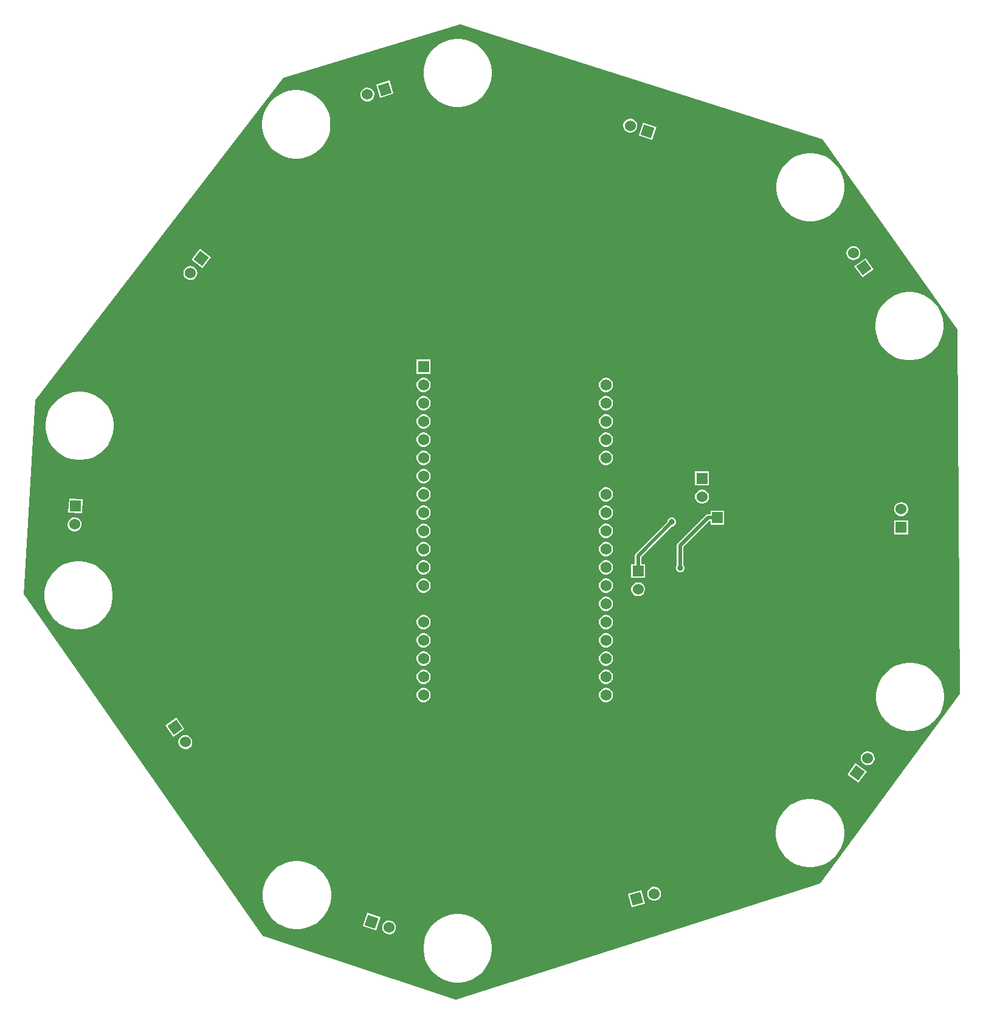
<source format=gbl>
%TF.GenerationSoftware,Altium Limited,Altium Designer,23.3.1 (30)*%
G04 Layer_Physical_Order=2*
G04 Layer_Color=16711680*
%FSLAX45Y45*%
%MOMM*%
%TF.SameCoordinates,30647D46-07CB-4458-BA05-9B6BD05E8BF5*%
%TF.FilePolarity,Positive*%
%TF.FileFunction,Copper,L2,Bot,Signal*%
%TF.Part,Single*%
G01*
G75*
%TA.AperFunction,Conductor*%
%ADD27C,0.50000*%
%TA.AperFunction,ComponentPad*%
%ADD29C,1.53000*%
%ADD30R,1.53000X1.53000*%
%ADD31R,1.53000X1.53000*%
%ADD32P,2.16375X4X350.0*%
%ADD33P,2.16375X4X387.0*%
%ADD34P,2.16375X4X61.0*%
%ADD35P,2.16375X4X99.0*%
%ADD36P,2.16375X4X171.0*%
%ADD37P,2.16375X4X242.0*%
%ADD38P,2.16375X4X278.0*%
%ADD39P,2.16375X4X312.0*%
%ADD40C,1.56000*%
%ADD41R,1.56000X1.56000*%
%TA.AperFunction,ViaPad*%
%ADD42C,0.80000*%
G36*
X8643740Y9516180D02*
X10527718Y6867488D01*
X10557290Y1801008D01*
X8615709Y-846829D01*
X3540204Y-2459662D01*
X846590Y-1571030D01*
X-2481969Y3190017D01*
X-2313019Y5885216D01*
X1138466Y10376709D01*
X3603650Y11123890D01*
X8643740Y9516180D01*
D02*
G37*
%LPC*%
G36*
X2615520Y10337628D02*
X2430953Y10281201D01*
X2487381Y10096634D01*
X2671948Y10153062D01*
X2615520Y10337628D01*
D02*
G37*
G36*
X2317878Y10239753D02*
X2292485Y10238866D01*
X2268186Y10231437D01*
X2246638Y10217973D01*
X2229309Y10199390D01*
X2217381Y10176955D01*
X2211665Y10152198D01*
X2212552Y10126804D01*
X2219981Y10102505D01*
X2233445Y10080957D01*
X2252028Y10063629D01*
X2274463Y10051700D01*
X2299220Y10045984D01*
X2324614Y10046871D01*
X2348913Y10054300D01*
X2370461Y10067764D01*
X2387789Y10086347D01*
X2399718Y10108782D01*
X2405434Y10133540D01*
X2404547Y10158933D01*
X2397118Y10183232D01*
X2383654Y10204780D01*
X2365071Y10222109D01*
X2342636Y10234037D01*
X2317878Y10239753D01*
D02*
G37*
G36*
X3596350Y10917613D02*
X3534084D01*
X3472350Y10909486D01*
X3412205Y10893370D01*
X3354679Y10869542D01*
X3300755Y10838409D01*
X3251355Y10800503D01*
X3207327Y10756475D01*
X3169421Y10707075D01*
X3138288Y10653151D01*
X3114460Y10595625D01*
X3098344Y10535480D01*
X3090217Y10473746D01*
Y10411480D01*
X3098344Y10349747D01*
X3114460Y10289602D01*
X3138288Y10232076D01*
X3169421Y10178151D01*
X3207327Y10128752D01*
X3251355Y10084723D01*
X3300755Y10046818D01*
X3354679Y10015685D01*
X3412205Y9991857D01*
X3472350Y9975741D01*
X3534084Y9967614D01*
X3596350D01*
X3658083Y9975741D01*
X3718228Y9991857D01*
X3775754Y10015685D01*
X3829679Y10046818D01*
X3879078Y10084723D01*
X3923107Y10128752D01*
X3961012Y10178151D01*
X3992145Y10232076D01*
X4015973Y10289602D01*
X4032089Y10349747D01*
X4040216Y10411480D01*
Y10473746D01*
X4032089Y10535480D01*
X4015973Y10595625D01*
X3992145Y10653151D01*
X3961012Y10707075D01*
X3923107Y10756475D01*
X3879078Y10800503D01*
X3829679Y10838409D01*
X3775754Y10869542D01*
X3718228Y10893370D01*
X3658083Y10909486D01*
X3596350Y10917613D01*
D02*
G37*
G36*
X5961580Y9806278D02*
X5936726Y9800995D01*
X5914086Y9789459D01*
X5895204Y9772458D01*
X5881365Y9751148D01*
X5873513Y9726983D01*
X5872184Y9701609D01*
X5877467Y9676755D01*
X5889002Y9654116D01*
X5906004Y9635233D01*
X5927313Y9621394D01*
X5951479Y9613542D01*
X5976853Y9612213D01*
X6001707Y9617496D01*
X6024346Y9629031D01*
X6043228Y9646033D01*
X6057067Y9667342D01*
X6064919Y9691508D01*
X6066249Y9716882D01*
X6060966Y9741736D01*
X6049430Y9764375D01*
X6032429Y9783258D01*
X6011119Y9797096D01*
X5986953Y9804948D01*
X5961580Y9806278D01*
D02*
G37*
G36*
X6148827Y9752352D02*
X6089187Y9568798D01*
X6272741Y9509158D01*
X6332381Y9692711D01*
X6148827Y9752352D01*
D02*
G37*
G36*
X1349731Y10202143D02*
X1287465D01*
X1225731Y10194015D01*
X1165586Y10177900D01*
X1108060Y10154071D01*
X1054136Y10122938D01*
X1004736Y10085033D01*
X960708Y10041004D01*
X922802Y9991605D01*
X891669Y9937681D01*
X867841Y9880154D01*
X851725Y9820010D01*
X843598Y9758276D01*
Y9696010D01*
X851725Y9634276D01*
X867841Y9574131D01*
X891669Y9516605D01*
X922802Y9462681D01*
X960708Y9413282D01*
X1004736Y9369253D01*
X1054136Y9331347D01*
X1108060Y9300214D01*
X1165586Y9276386D01*
X1225731Y9260270D01*
X1287465Y9252143D01*
X1349731D01*
X1411464Y9260270D01*
X1471609Y9276386D01*
X1529135Y9300214D01*
X1583060Y9331347D01*
X1632459Y9369253D01*
X1676488Y9413282D01*
X1714393Y9462681D01*
X1745526Y9516605D01*
X1769354Y9574131D01*
X1785470Y9634276D01*
X1793597Y9696010D01*
Y9758276D01*
X1785470Y9820010D01*
X1769354Y9880154D01*
X1745526Y9937681D01*
X1714393Y9991605D01*
X1676488Y10041004D01*
X1632459Y10085033D01*
X1583060Y10122938D01*
X1529135Y10154071D01*
X1471609Y10177900D01*
X1411464Y10194015D01*
X1349731Y10202143D01*
D02*
G37*
G36*
X8508782Y9327504D02*
X8446516D01*
X8384782Y9319377D01*
X8324637Y9303261D01*
X8267111Y9279433D01*
X8213187Y9248300D01*
X8163788Y9210394D01*
X8119759Y9166365D01*
X8081853Y9116966D01*
X8050720Y9063042D01*
X8026892Y9005516D01*
X8010776Y8945371D01*
X8002649Y8883637D01*
Y8821371D01*
X8010776Y8759638D01*
X8026892Y8699493D01*
X8050720Y8641966D01*
X8081853Y8588042D01*
X8119759Y8538643D01*
X8163788Y8494614D01*
X8213187Y8456709D01*
X8267111Y8425576D01*
X8324637Y8401747D01*
X8384782Y8385632D01*
X8446516Y8377504D01*
X8508782D01*
X8570515Y8385632D01*
X8630660Y8401747D01*
X8688187Y8425576D01*
X8742111Y8456709D01*
X8791510Y8494614D01*
X8835539Y8538643D01*
X8873444Y8588042D01*
X8904577Y8641966D01*
X8928406Y8699493D01*
X8944521Y8759638D01*
X8952649Y8821371D01*
Y8883637D01*
X8944521Y8945371D01*
X8928406Y9005516D01*
X8904577Y9063042D01*
X8873444Y9116966D01*
X8835539Y9166365D01*
X8791510Y9210394D01*
X8742111Y9248300D01*
X8688187Y9279433D01*
X8630660Y9303261D01*
X8570515Y9319377D01*
X8508782Y9327504D01*
D02*
G37*
G36*
X9079826Y8031943D02*
X9054556Y8029286D01*
X9030835Y8020181D01*
X9010279Y8005246D01*
X8994289Y7985499D01*
X8983954Y7962287D01*
X8979979Y7937191D01*
X8982635Y7911921D01*
X8991741Y7888200D01*
X9006676Y7867644D01*
X9026422Y7851654D01*
X9049634Y7841319D01*
X9074730Y7837344D01*
X9100000Y7840000D01*
X9123721Y7849106D01*
X9144278Y7864041D01*
X9160268Y7883787D01*
X9170603Y7906999D01*
X9174578Y7932095D01*
X9171921Y7957365D01*
X9162816Y7981086D01*
X9147881Y8001643D01*
X9128134Y8017633D01*
X9104922Y8027968D01*
X9079826Y8031943D01*
D02*
G37*
G36*
X-22563Y7996570D02*
X-138713Y7842433D01*
X15424Y7726283D01*
X131574Y7880420D01*
X-22563Y7996570D01*
D02*
G37*
G36*
X9247925Y7863945D02*
X9091784Y7750502D01*
X9205227Y7594362D01*
X9361367Y7707804D01*
X9247925Y7863945D01*
D02*
G37*
G36*
X-157280Y7755902D02*
X-182442Y7752366D01*
X-205831Y7742438D01*
X-225853Y7726795D01*
X-241145Y7706502D01*
X-250663Y7682943D01*
X-253759Y7657724D01*
X-250223Y7632563D01*
X-240295Y7609174D01*
X-224652Y7589151D01*
X-204360Y7573859D01*
X-180801Y7564341D01*
X-155581Y7561245D01*
X-130420Y7564781D01*
X-107031Y7574709D01*
X-87008Y7590352D01*
X-71717Y7610645D01*
X-62199Y7634203D01*
X-59102Y7659423D01*
X-62638Y7684584D01*
X-72566Y7707973D01*
X-88209Y7727996D01*
X-108502Y7743288D01*
X-132061Y7752806D01*
X-157280Y7755902D01*
D02*
G37*
G36*
X9888547Y7392541D02*
X9826281D01*
X9764547Y7384414D01*
X9704403Y7368298D01*
X9646876Y7344470D01*
X9592952Y7313337D01*
X9543553Y7275432D01*
X9499524Y7231403D01*
X9461619Y7182004D01*
X9430486Y7128079D01*
X9406657Y7070553D01*
X9390542Y7010408D01*
X9382414Y6948675D01*
Y6886409D01*
X9390542Y6824675D01*
X9406657Y6764530D01*
X9430486Y6707004D01*
X9461619Y6653080D01*
X9499524Y6603680D01*
X9543553Y6559652D01*
X9592952Y6521746D01*
X9646876Y6490613D01*
X9704403Y6466785D01*
X9764547Y6450669D01*
X9826281Y6442542D01*
X9888547D01*
X9950281Y6450669D01*
X10010425Y6466785D01*
X10067952Y6490613D01*
X10121876Y6521746D01*
X10171275Y6559652D01*
X10215304Y6603680D01*
X10253210Y6653080D01*
X10284343Y6707004D01*
X10308171Y6764530D01*
X10324287Y6824675D01*
X10332414Y6886409D01*
Y6948675D01*
X10324287Y7010408D01*
X10308171Y7070553D01*
X10284343Y7128079D01*
X10253210Y7182004D01*
X10215304Y7231403D01*
X10171275Y7275432D01*
X10121876Y7313337D01*
X10067952Y7344470D01*
X10010425Y7368298D01*
X9950281Y7384414D01*
X9888547Y7392541D01*
D02*
G37*
G36*
X3190500Y6451500D02*
X2994500D01*
Y6255500D01*
X3190500D01*
Y6451500D01*
D02*
G37*
G36*
X5645402Y6197500D02*
X5619598D01*
X5594674Y6190821D01*
X5572327Y6177919D01*
X5554081Y6159673D01*
X5541179Y6137327D01*
X5534500Y6112402D01*
Y6086598D01*
X5541179Y6061674D01*
X5554081Y6039327D01*
X5572327Y6021081D01*
X5594674Y6008179D01*
X5619598Y6001500D01*
X5645402D01*
X5670326Y6008179D01*
X5692673Y6021081D01*
X5710919Y6039327D01*
X5723821Y6061674D01*
X5730500Y6086598D01*
Y6112402D01*
X5723821Y6137327D01*
X5710919Y6159673D01*
X5692673Y6177919D01*
X5670326Y6190821D01*
X5645402Y6197500D01*
D02*
G37*
G36*
X3105402D02*
X3079598D01*
X3054674Y6190821D01*
X3032327Y6177919D01*
X3014081Y6159673D01*
X3001179Y6137327D01*
X2994500Y6112402D01*
Y6086598D01*
X3001179Y6061674D01*
X3014081Y6039327D01*
X3032327Y6021081D01*
X3054674Y6008179D01*
X3079598Y6001500D01*
X3105402D01*
X3130326Y6008179D01*
X3152673Y6021081D01*
X3170919Y6039327D01*
X3183821Y6061674D01*
X3190500Y6086598D01*
Y6112402D01*
X3183821Y6137327D01*
X3170919Y6159673D01*
X3152673Y6177919D01*
X3130326Y6190821D01*
X3105402Y6197500D01*
D02*
G37*
G36*
X5645402Y5943500D02*
X5619598D01*
X5594674Y5936821D01*
X5572327Y5923919D01*
X5554081Y5905673D01*
X5541179Y5883327D01*
X5534500Y5858402D01*
Y5832598D01*
X5541179Y5807674D01*
X5554081Y5785327D01*
X5572327Y5767081D01*
X5594674Y5754179D01*
X5619598Y5747500D01*
X5645402D01*
X5670326Y5754179D01*
X5692673Y5767081D01*
X5710919Y5785327D01*
X5723821Y5807674D01*
X5730500Y5832598D01*
Y5858402D01*
X5723821Y5883327D01*
X5710919Y5905673D01*
X5692673Y5923919D01*
X5670326Y5936821D01*
X5645402Y5943500D01*
D02*
G37*
G36*
X3105402D02*
X3079598D01*
X3054674Y5936821D01*
X3032327Y5923919D01*
X3014081Y5905673D01*
X3001179Y5883327D01*
X2994500Y5858402D01*
Y5832598D01*
X3001179Y5807674D01*
X3014081Y5785327D01*
X3032327Y5767081D01*
X3054674Y5754179D01*
X3079598Y5747500D01*
X3105402D01*
X3130326Y5754179D01*
X3152673Y5767081D01*
X3170919Y5785327D01*
X3183821Y5807674D01*
X3190500Y5832598D01*
Y5858402D01*
X3183821Y5883327D01*
X3170919Y5905673D01*
X3152673Y5923919D01*
X3130326Y5936821D01*
X3105402Y5943500D01*
D02*
G37*
G36*
X5645402Y5689500D02*
X5619598D01*
X5594674Y5682821D01*
X5572327Y5669919D01*
X5554081Y5651673D01*
X5541179Y5629327D01*
X5534500Y5604402D01*
Y5578598D01*
X5541179Y5553674D01*
X5554081Y5531327D01*
X5572327Y5513081D01*
X5594674Y5500179D01*
X5619598Y5493500D01*
X5645402D01*
X5670326Y5500179D01*
X5692673Y5513081D01*
X5710919Y5531327D01*
X5723821Y5553674D01*
X5730500Y5578598D01*
Y5604402D01*
X5723821Y5629327D01*
X5710919Y5651673D01*
X5692673Y5669919D01*
X5670326Y5682821D01*
X5645402Y5689500D01*
D02*
G37*
G36*
X3105402D02*
X3079598D01*
X3054674Y5682821D01*
X3032327Y5669919D01*
X3014081Y5651673D01*
X3001179Y5629327D01*
X2994500Y5604402D01*
Y5578598D01*
X3001179Y5553674D01*
X3014081Y5531327D01*
X3032327Y5513081D01*
X3054674Y5500179D01*
X3079598Y5493500D01*
X3105402D01*
X3130326Y5500179D01*
X3152673Y5513081D01*
X3170919Y5531327D01*
X3183821Y5553674D01*
X3190500Y5578598D01*
Y5604402D01*
X3183821Y5629327D01*
X3170919Y5651673D01*
X3152673Y5669919D01*
X3130326Y5682821D01*
X3105402Y5689500D01*
D02*
G37*
G36*
X5645402Y5435500D02*
X5619598D01*
X5594674Y5428821D01*
X5572327Y5415919D01*
X5554081Y5397673D01*
X5541179Y5375327D01*
X5534500Y5350402D01*
Y5324598D01*
X5541179Y5299674D01*
X5554081Y5277327D01*
X5572327Y5259081D01*
X5594674Y5246179D01*
X5619598Y5239500D01*
X5645402D01*
X5670326Y5246179D01*
X5692673Y5259081D01*
X5710919Y5277327D01*
X5723821Y5299674D01*
X5730500Y5324598D01*
Y5350402D01*
X5723821Y5375327D01*
X5710919Y5397673D01*
X5692673Y5415919D01*
X5670326Y5428821D01*
X5645402Y5435500D01*
D02*
G37*
G36*
X3105402D02*
X3079598D01*
X3054674Y5428821D01*
X3032327Y5415919D01*
X3014081Y5397673D01*
X3001179Y5375327D01*
X2994500Y5350402D01*
Y5324598D01*
X3001179Y5299674D01*
X3014081Y5277327D01*
X3032327Y5259081D01*
X3054674Y5246179D01*
X3079598Y5239500D01*
X3105402D01*
X3130326Y5246179D01*
X3152673Y5259081D01*
X3170919Y5277327D01*
X3183821Y5299674D01*
X3190500Y5324598D01*
Y5350402D01*
X3183821Y5375327D01*
X3170919Y5397673D01*
X3152673Y5415919D01*
X3130326Y5428821D01*
X3105402Y5435500D01*
D02*
G37*
G36*
X-1669305Y6004510D02*
X-1731571D01*
X-1793305Y5996383D01*
X-1853449Y5980267D01*
X-1910976Y5956439D01*
X-1964900Y5925306D01*
X-2014299Y5887401D01*
X-2058328Y5843372D01*
X-2096234Y5793973D01*
X-2127367Y5740048D01*
X-2151195Y5682522D01*
X-2167311Y5622377D01*
X-2175438Y5560644D01*
Y5498378D01*
X-2167311Y5436644D01*
X-2151195Y5376499D01*
X-2127367Y5318973D01*
X-2096234Y5265049D01*
X-2058328Y5215649D01*
X-2014299Y5171621D01*
X-1964900Y5133715D01*
X-1910976Y5102582D01*
X-1853449Y5078754D01*
X-1793305Y5062638D01*
X-1731571Y5054511D01*
X-1669305D01*
X-1607571Y5062638D01*
X-1547427Y5078754D01*
X-1489900Y5102582D01*
X-1435976Y5133715D01*
X-1386577Y5171621D01*
X-1342548Y5215649D01*
X-1304643Y5265049D01*
X-1273510Y5318973D01*
X-1249681Y5376499D01*
X-1233565Y5436644D01*
X-1225438Y5498378D01*
Y5560644D01*
X-1233565Y5622377D01*
X-1249681Y5682522D01*
X-1273510Y5740048D01*
X-1304643Y5793973D01*
X-1342548Y5843372D01*
X-1386577Y5887401D01*
X-1435976Y5925306D01*
X-1489900Y5956439D01*
X-1547427Y5980267D01*
X-1607571Y5996383D01*
X-1669305Y6004510D01*
D02*
G37*
G36*
X5645402Y5181500D02*
X5619598D01*
X5594674Y5174821D01*
X5572327Y5161919D01*
X5554081Y5143673D01*
X5541179Y5121327D01*
X5534500Y5096402D01*
Y5070598D01*
X5541179Y5045674D01*
X5554081Y5023327D01*
X5572327Y5005081D01*
X5594674Y4992179D01*
X5619598Y4985500D01*
X5645402D01*
X5670326Y4992179D01*
X5692673Y5005081D01*
X5710919Y5023327D01*
X5723821Y5045674D01*
X5730500Y5070598D01*
Y5096402D01*
X5723821Y5121327D01*
X5710919Y5143673D01*
X5692673Y5161919D01*
X5670326Y5174821D01*
X5645402Y5181500D01*
D02*
G37*
G36*
X3105402D02*
X3079598D01*
X3054674Y5174821D01*
X3032327Y5161919D01*
X3014081Y5143673D01*
X3001179Y5121327D01*
X2994500Y5096402D01*
Y5070598D01*
X3001179Y5045674D01*
X3014081Y5023327D01*
X3032327Y5005081D01*
X3054674Y4992179D01*
X3079598Y4985500D01*
X3105402D01*
X3130326Y4992179D01*
X3152673Y5005081D01*
X3170919Y5023327D01*
X3183821Y5045674D01*
X3190500Y5070598D01*
Y5096402D01*
X3183821Y5121327D01*
X3170919Y5143673D01*
X3152673Y5161919D01*
X3130326Y5174821D01*
X3105402Y5181500D01*
D02*
G37*
G36*
Y4927500D02*
X3079598D01*
X3054674Y4920821D01*
X3032327Y4907919D01*
X3014081Y4889673D01*
X3001179Y4867327D01*
X2994500Y4842402D01*
Y4816598D01*
X3001179Y4791674D01*
X3014081Y4769327D01*
X3032327Y4751081D01*
X3054674Y4738179D01*
X3079598Y4731500D01*
X3105402D01*
X3130326Y4738179D01*
X3152673Y4751081D01*
X3170919Y4769327D01*
X3183821Y4791674D01*
X3190500Y4816598D01*
Y4842402D01*
X3183821Y4867327D01*
X3170919Y4889673D01*
X3152673Y4907919D01*
X3130326Y4920821D01*
X3105402Y4927500D01*
D02*
G37*
G36*
X7066500Y4893500D02*
X6873500D01*
Y4700500D01*
X7066500D01*
Y4893500D01*
D02*
G37*
G36*
X5645402Y4673500D02*
X5619598D01*
X5594674Y4666821D01*
X5572327Y4653919D01*
X5554081Y4635673D01*
X5541179Y4613327D01*
X5534500Y4588402D01*
Y4562598D01*
X5541179Y4537674D01*
X5554081Y4515327D01*
X5572327Y4497081D01*
X5594674Y4484179D01*
X5619598Y4477500D01*
X5645402D01*
X5670326Y4484179D01*
X5692673Y4497081D01*
X5710919Y4515327D01*
X5723821Y4537674D01*
X5730500Y4562598D01*
Y4588402D01*
X5723821Y4613327D01*
X5710919Y4635673D01*
X5692673Y4653919D01*
X5670326Y4666821D01*
X5645402Y4673500D01*
D02*
G37*
G36*
X3105402D02*
X3079598D01*
X3054674Y4666821D01*
X3032327Y4653919D01*
X3014081Y4635673D01*
X3001179Y4613327D01*
X2994500Y4588402D01*
Y4562598D01*
X3001179Y4537674D01*
X3014081Y4515327D01*
X3032327Y4497081D01*
X3054674Y4484179D01*
X3079598Y4477500D01*
X3105402D01*
X3130326Y4484179D01*
X3152673Y4497081D01*
X3170919Y4515327D01*
X3183821Y4537674D01*
X3190500Y4562598D01*
Y4588402D01*
X3183821Y4613327D01*
X3170919Y4635673D01*
X3152673Y4653919D01*
X3130326Y4666821D01*
X3105402Y4673500D01*
D02*
G37*
G36*
X6982704Y4639500D02*
X6957295D01*
X6932752Y4632924D01*
X6910747Y4620219D01*
X6892781Y4602252D01*
X6880076Y4580248D01*
X6873500Y4555705D01*
Y4530295D01*
X6880076Y4505752D01*
X6892781Y4483748D01*
X6910747Y4465781D01*
X6932752Y4453076D01*
X6957295Y4446500D01*
X6982704D01*
X7007247Y4453076D01*
X7029252Y4465781D01*
X7047219Y4483748D01*
X7059923Y4505752D01*
X7066500Y4530295D01*
Y4555705D01*
X7059923Y4580248D01*
X7047219Y4602252D01*
X7029252Y4620219D01*
X7007247Y4632924D01*
X6982704Y4639500D01*
D02*
G37*
G36*
X-1845567Y4513668D02*
X-1855667Y4320933D01*
X-1662932Y4310832D01*
X-1652831Y4503567D01*
X-1845567Y4513668D01*
D02*
G37*
G36*
X9755855Y4465999D02*
X9730445D01*
X9705902Y4459423D01*
X9683898Y4446718D01*
X9665931Y4428752D01*
X9653226Y4406747D01*
X9646650Y4382204D01*
Y4356795D01*
X9653226Y4332252D01*
X9665931Y4310247D01*
X9683898Y4292280D01*
X9705902Y4279576D01*
X9730445Y4272999D01*
X9755855D01*
X9780398Y4279576D01*
X9802402Y4292280D01*
X9820369Y4310247D01*
X9833074Y4332252D01*
X9839650Y4356795D01*
Y4382204D01*
X9833074Y4406747D01*
X9820369Y4428752D01*
X9802402Y4446718D01*
X9780398Y4459423D01*
X9755855Y4465999D01*
D02*
G37*
G36*
X5645402Y4419500D02*
X5619598D01*
X5594674Y4412821D01*
X5572327Y4399919D01*
X5554081Y4381673D01*
X5541179Y4359327D01*
X5534500Y4334402D01*
Y4308598D01*
X5541179Y4283674D01*
X5554081Y4261327D01*
X5572327Y4243081D01*
X5594674Y4230179D01*
X5619598Y4223500D01*
X5645402D01*
X5670326Y4230179D01*
X5692673Y4243081D01*
X5710919Y4261327D01*
X5723821Y4283674D01*
X5730500Y4308598D01*
Y4334402D01*
X5723821Y4359327D01*
X5710919Y4381673D01*
X5692673Y4399919D01*
X5670326Y4412821D01*
X5645402Y4419500D01*
D02*
G37*
G36*
X3105402D02*
X3079598D01*
X3054674Y4412821D01*
X3032327Y4399919D01*
X3014081Y4381673D01*
X3001179Y4359327D01*
X2994500Y4334402D01*
Y4308598D01*
X3001179Y4283674D01*
X3014081Y4261327D01*
X3032327Y4243081D01*
X3054674Y4230179D01*
X3079598Y4223500D01*
X3105402D01*
X3130326Y4230179D01*
X3152673Y4243081D01*
X3170919Y4261327D01*
X3183821Y4283674D01*
X3190500Y4308598D01*
Y4334402D01*
X3183821Y4359327D01*
X3170919Y4381673D01*
X3152673Y4399919D01*
X3130326Y4412821D01*
X3105402Y4419500D01*
D02*
G37*
G36*
X7279500Y4346500D02*
X7086500D01*
Y4295881D01*
X7052040D01*
X7034482Y4292389D01*
X7019597Y4282443D01*
X6632557Y3895403D01*
X6622611Y3880518D01*
X6619118Y3862960D01*
Y3588971D01*
X6614134Y3583987D01*
X6605000Y3561935D01*
Y3538065D01*
X6614134Y3516013D01*
X6631013Y3499134D01*
X6653065Y3490000D01*
X6676935D01*
X6698987Y3499134D01*
X6715865Y3516013D01*
X6725000Y3538065D01*
Y3561935D01*
X6715865Y3583987D01*
X6710881Y3588971D01*
Y3843955D01*
X7071045Y4204118D01*
X7086500D01*
Y4153500D01*
X7279500D01*
Y4346500D01*
D02*
G37*
G36*
X-1775179Y4255631D02*
X-1800033Y4250348D01*
X-1822673Y4238812D01*
X-1841555Y4221810D01*
X-1855394Y4200501D01*
X-1863245Y4176336D01*
X-1864575Y4150961D01*
X-1859292Y4126108D01*
X-1847757Y4103468D01*
X-1830755Y4084586D01*
X-1809445Y4070747D01*
X-1785280Y4062895D01*
X-1759906Y4061565D01*
X-1735052Y4066848D01*
X-1712413Y4078384D01*
X-1693530Y4095386D01*
X-1679692Y4116695D01*
X-1671840Y4140860D01*
X-1670510Y4166235D01*
X-1675793Y4191088D01*
X-1687328Y4213728D01*
X-1704330Y4232610D01*
X-1725640Y4246449D01*
X-1749805Y4254301D01*
X-1775179Y4255631D01*
D02*
G37*
G36*
X9839650Y4212000D02*
X9646650D01*
Y4019000D01*
X9839650D01*
Y4212000D01*
D02*
G37*
G36*
X5645402Y4165500D02*
X5619598D01*
X5594674Y4158821D01*
X5572327Y4145919D01*
X5554081Y4127673D01*
X5541179Y4105327D01*
X5534500Y4080402D01*
Y4054598D01*
X5541179Y4029674D01*
X5554081Y4007327D01*
X5572327Y3989081D01*
X5594674Y3976179D01*
X5619598Y3969500D01*
X5645402D01*
X5670326Y3976179D01*
X5692673Y3989081D01*
X5710919Y4007327D01*
X5723821Y4029674D01*
X5730500Y4054598D01*
Y4080402D01*
X5723821Y4105327D01*
X5710919Y4127673D01*
X5692673Y4145919D01*
X5670326Y4158821D01*
X5645402Y4165500D01*
D02*
G37*
G36*
X3105402D02*
X3079598D01*
X3054674Y4158821D01*
X3032327Y4145919D01*
X3014081Y4127673D01*
X3001179Y4105327D01*
X2994500Y4080402D01*
Y4054598D01*
X3001179Y4029674D01*
X3014081Y4007327D01*
X3032327Y3989081D01*
X3054674Y3976179D01*
X3079598Y3969500D01*
X3105402D01*
X3130326Y3976179D01*
X3152673Y3989081D01*
X3170919Y4007327D01*
X3183821Y4029674D01*
X3190500Y4054598D01*
Y4080402D01*
X3183821Y4105327D01*
X3170919Y4127673D01*
X3152673Y4145919D01*
X3130326Y4158821D01*
X3105402Y4165500D01*
D02*
G37*
G36*
X5645402Y3911500D02*
X5619598D01*
X5594674Y3904821D01*
X5572327Y3891919D01*
X5554081Y3873673D01*
X5541179Y3851327D01*
X5534500Y3826402D01*
Y3800598D01*
X5541179Y3775674D01*
X5554081Y3753327D01*
X5572327Y3735081D01*
X5594674Y3722179D01*
X5619598Y3715500D01*
X5645402D01*
X5670326Y3722179D01*
X5692673Y3735081D01*
X5710919Y3753327D01*
X5723821Y3775674D01*
X5730500Y3800598D01*
Y3826402D01*
X5723821Y3851327D01*
X5710919Y3873673D01*
X5692673Y3891919D01*
X5670326Y3904821D01*
X5645402Y3911500D01*
D02*
G37*
G36*
X3105402D02*
X3079598D01*
X3054674Y3904821D01*
X3032327Y3891919D01*
X3014081Y3873673D01*
X3001179Y3851327D01*
X2994500Y3826402D01*
Y3800598D01*
X3001179Y3775674D01*
X3014081Y3753327D01*
X3032327Y3735081D01*
X3054674Y3722179D01*
X3079598Y3715500D01*
X3105402D01*
X3130326Y3722179D01*
X3152673Y3735081D01*
X3170919Y3753327D01*
X3183821Y3775674D01*
X3190500Y3800598D01*
Y3826402D01*
X3183821Y3851327D01*
X3170919Y3873673D01*
X3152673Y3891919D01*
X3130326Y3904821D01*
X3105402Y3911500D01*
D02*
G37*
G36*
X5645402Y3657500D02*
X5619598D01*
X5594674Y3650821D01*
X5572327Y3637919D01*
X5554081Y3619673D01*
X5541179Y3597327D01*
X5534500Y3572402D01*
Y3546598D01*
X5541179Y3521674D01*
X5554081Y3499327D01*
X5572327Y3481081D01*
X5594674Y3468179D01*
X5619598Y3461500D01*
X5645402D01*
X5670326Y3468179D01*
X5692673Y3481081D01*
X5710919Y3499327D01*
X5723821Y3521674D01*
X5730500Y3546598D01*
Y3572402D01*
X5723821Y3597327D01*
X5710919Y3619673D01*
X5692673Y3637919D01*
X5670326Y3650821D01*
X5645402Y3657500D01*
D02*
G37*
G36*
X3105402D02*
X3079598D01*
X3054674Y3650821D01*
X3032327Y3637919D01*
X3014081Y3619673D01*
X3001179Y3597327D01*
X2994500Y3572402D01*
Y3546598D01*
X3001179Y3521674D01*
X3014081Y3499327D01*
X3032327Y3481081D01*
X3054674Y3468179D01*
X3079598Y3461500D01*
X3105402D01*
X3130326Y3468179D01*
X3152673Y3481081D01*
X3170919Y3499327D01*
X3183821Y3521674D01*
X3190500Y3546598D01*
Y3572402D01*
X3183821Y3597327D01*
X3170919Y3619673D01*
X3152673Y3637919D01*
X3130326Y3650821D01*
X3105402Y3657500D01*
D02*
G37*
G36*
X6561935Y4250000D02*
X6538065D01*
X6516013Y4240866D01*
X6499135Y4223987D01*
X6490000Y4201935D01*
Y4194886D01*
X6047557Y3752443D01*
X6037611Y3737558D01*
X6034118Y3720000D01*
Y3605500D01*
X5983500D01*
Y3412500D01*
X6176500D01*
Y3605500D01*
X6125882D01*
Y3700995D01*
X6554887Y4130000D01*
X6561935D01*
X6583987Y4139134D01*
X6600866Y4156013D01*
X6610000Y4178065D01*
Y4201935D01*
X6600866Y4223987D01*
X6583987Y4240866D01*
X6561935Y4250000D01*
D02*
G37*
G36*
X5645402Y3403500D02*
X5619598D01*
X5594674Y3396821D01*
X5572327Y3383919D01*
X5554081Y3365673D01*
X5541179Y3343327D01*
X5534500Y3318402D01*
Y3292598D01*
X5541179Y3267674D01*
X5554081Y3245327D01*
X5572327Y3227081D01*
X5594674Y3214179D01*
X5619598Y3207500D01*
X5645402D01*
X5670326Y3214179D01*
X5692673Y3227081D01*
X5710919Y3245327D01*
X5723821Y3267674D01*
X5730500Y3292598D01*
Y3318402D01*
X5723821Y3343327D01*
X5710919Y3365673D01*
X5692673Y3383919D01*
X5670326Y3396821D01*
X5645402Y3403500D01*
D02*
G37*
G36*
X3105402D02*
X3079598D01*
X3054674Y3396821D01*
X3032327Y3383919D01*
X3014081Y3365673D01*
X3001179Y3343327D01*
X2994500Y3318402D01*
Y3292598D01*
X3001179Y3267674D01*
X3014081Y3245327D01*
X3032327Y3227081D01*
X3054674Y3214179D01*
X3079598Y3207500D01*
X3105402D01*
X3130326Y3214179D01*
X3152673Y3227081D01*
X3170919Y3245327D01*
X3183821Y3267674D01*
X3190500Y3292598D01*
Y3318402D01*
X3183821Y3343327D01*
X3170919Y3365673D01*
X3152673Y3383919D01*
X3130326Y3396821D01*
X3105402Y3403500D01*
D02*
G37*
G36*
X6092705Y3351500D02*
X6067295D01*
X6042752Y3344923D01*
X6020748Y3332219D01*
X6002781Y3314252D01*
X5990076Y3292247D01*
X5983500Y3267704D01*
Y3242295D01*
X5990076Y3217752D01*
X6002781Y3195747D01*
X6020748Y3177781D01*
X6042752Y3165076D01*
X6067295Y3158500D01*
X6092705D01*
X6117248Y3165076D01*
X6139252Y3177781D01*
X6157219Y3195747D01*
X6169924Y3217752D01*
X6176500Y3242295D01*
Y3267704D01*
X6169924Y3292247D01*
X6157219Y3314252D01*
X6139252Y3332219D01*
X6117248Y3344923D01*
X6092705Y3351500D01*
D02*
G37*
G36*
X5645402Y3149500D02*
X5619598D01*
X5594674Y3142821D01*
X5572327Y3129919D01*
X5554081Y3111673D01*
X5541179Y3089327D01*
X5534500Y3064402D01*
Y3038598D01*
X5541179Y3013674D01*
X5554081Y2991327D01*
X5572327Y2973081D01*
X5594674Y2960179D01*
X5619598Y2953500D01*
X5645402D01*
X5670326Y2960179D01*
X5692673Y2973081D01*
X5710919Y2991327D01*
X5723821Y3013674D01*
X5730500Y3038598D01*
Y3064402D01*
X5723821Y3089327D01*
X5710919Y3111673D01*
X5692673Y3129919D01*
X5670326Y3142821D01*
X5645402Y3149500D01*
D02*
G37*
G36*
Y2895500D02*
X5619598D01*
X5594674Y2888821D01*
X5572327Y2875919D01*
X5554081Y2857673D01*
X5541179Y2835327D01*
X5534500Y2810402D01*
Y2784598D01*
X5541179Y2759674D01*
X5554081Y2737327D01*
X5572327Y2719081D01*
X5594674Y2706179D01*
X5619598Y2699500D01*
X5645402D01*
X5670326Y2706179D01*
X5692673Y2719081D01*
X5710919Y2737327D01*
X5723821Y2759674D01*
X5730500Y2784598D01*
Y2810402D01*
X5723821Y2835327D01*
X5710919Y2857673D01*
X5692673Y2875919D01*
X5670326Y2888821D01*
X5645402Y2895500D01*
D02*
G37*
G36*
X3105402D02*
X3079598D01*
X3054674Y2888821D01*
X3032327Y2875919D01*
X3014081Y2857673D01*
X3001179Y2835327D01*
X2994500Y2810402D01*
Y2784598D01*
X3001179Y2759674D01*
X3014081Y2737327D01*
X3032327Y2719081D01*
X3054674Y2706179D01*
X3079598Y2699500D01*
X3105402D01*
X3130326Y2706179D01*
X3152673Y2719081D01*
X3170919Y2737327D01*
X3183821Y2759674D01*
X3190500Y2784598D01*
Y2810402D01*
X3183821Y2835327D01*
X3170919Y2857673D01*
X3152673Y2875919D01*
X3130326Y2888821D01*
X3105402Y2895500D01*
D02*
G37*
G36*
X-1681717Y3646103D02*
X-1743983D01*
X-1805717Y3637975D01*
X-1865861Y3621860D01*
X-1923388Y3598031D01*
X-1977312Y3566898D01*
X-2026711Y3528993D01*
X-2070740Y3484964D01*
X-2108646Y3435565D01*
X-2139779Y3381641D01*
X-2163607Y3324114D01*
X-2179723Y3263970D01*
X-2187850Y3202236D01*
Y3139970D01*
X-2179723Y3078236D01*
X-2163607Y3018091D01*
X-2139779Y2960565D01*
X-2108646Y2906641D01*
X-2070740Y2857242D01*
X-2026711Y2813213D01*
X-1977312Y2775307D01*
X-1923388Y2744174D01*
X-1865861Y2720346D01*
X-1805717Y2704230D01*
X-1743983Y2696103D01*
X-1681717D01*
X-1619983Y2704230D01*
X-1559839Y2720346D01*
X-1502312Y2744174D01*
X-1448388Y2775307D01*
X-1398989Y2813213D01*
X-1354960Y2857242D01*
X-1317055Y2906641D01*
X-1285921Y2960565D01*
X-1262093Y3018091D01*
X-1245977Y3078236D01*
X-1237850Y3139970D01*
Y3202236D01*
X-1245977Y3263970D01*
X-1262093Y3324114D01*
X-1285921Y3381641D01*
X-1317055Y3435565D01*
X-1354960Y3484964D01*
X-1398989Y3528993D01*
X-1448388Y3566898D01*
X-1502312Y3598031D01*
X-1559839Y3621860D01*
X-1619983Y3637975D01*
X-1681717Y3646103D01*
D02*
G37*
G36*
X5645402Y2641500D02*
X5619598D01*
X5594674Y2634821D01*
X5572327Y2621919D01*
X5554081Y2603673D01*
X5541179Y2581327D01*
X5534500Y2556402D01*
Y2530598D01*
X5541179Y2505674D01*
X5554081Y2483327D01*
X5572327Y2465081D01*
X5594674Y2452179D01*
X5619598Y2445500D01*
X5645402D01*
X5670326Y2452179D01*
X5692673Y2465081D01*
X5710919Y2483327D01*
X5723821Y2505674D01*
X5730500Y2530598D01*
Y2556402D01*
X5723821Y2581327D01*
X5710919Y2603673D01*
X5692673Y2621919D01*
X5670326Y2634821D01*
X5645402Y2641500D01*
D02*
G37*
G36*
X3105402D02*
X3079598D01*
X3054674Y2634821D01*
X3032327Y2621919D01*
X3014081Y2603673D01*
X3001179Y2581327D01*
X2994500Y2556402D01*
Y2530598D01*
X3001179Y2505674D01*
X3014081Y2483327D01*
X3032327Y2465081D01*
X3054674Y2452179D01*
X3079598Y2445500D01*
X3105402D01*
X3130326Y2452179D01*
X3152673Y2465081D01*
X3170919Y2483327D01*
X3183821Y2505674D01*
X3190500Y2530598D01*
Y2556402D01*
X3183821Y2581327D01*
X3170919Y2603673D01*
X3152673Y2621919D01*
X3130326Y2634821D01*
X3105402Y2641500D01*
D02*
G37*
G36*
X5645402Y2387500D02*
X5619598D01*
X5594674Y2380821D01*
X5572327Y2367919D01*
X5554081Y2349673D01*
X5541179Y2327327D01*
X5534500Y2302402D01*
Y2276598D01*
X5541179Y2251674D01*
X5554081Y2229327D01*
X5572327Y2211081D01*
X5594674Y2198179D01*
X5619598Y2191500D01*
X5645402D01*
X5670326Y2198179D01*
X5692673Y2211081D01*
X5710919Y2229327D01*
X5723821Y2251674D01*
X5730500Y2276598D01*
Y2302402D01*
X5723821Y2327327D01*
X5710919Y2349673D01*
X5692673Y2367919D01*
X5670326Y2380821D01*
X5645402Y2387500D01*
D02*
G37*
G36*
X3105402D02*
X3079598D01*
X3054674Y2380821D01*
X3032327Y2367919D01*
X3014081Y2349673D01*
X3001179Y2327327D01*
X2994500Y2302402D01*
Y2276598D01*
X3001179Y2251674D01*
X3014081Y2229327D01*
X3032327Y2211081D01*
X3054674Y2198179D01*
X3079598Y2191500D01*
X3105402D01*
X3130326Y2198179D01*
X3152673Y2211081D01*
X3170919Y2229327D01*
X3183821Y2251674D01*
X3190500Y2276598D01*
Y2302402D01*
X3183821Y2327327D01*
X3170919Y2349673D01*
X3152673Y2367919D01*
X3130326Y2380821D01*
X3105402Y2387500D01*
D02*
G37*
G36*
X5645402Y2133500D02*
X5619598D01*
X5594674Y2126821D01*
X5572327Y2113919D01*
X5554081Y2095673D01*
X5541179Y2073327D01*
X5534500Y2048402D01*
Y2022598D01*
X5541179Y1997674D01*
X5554081Y1975327D01*
X5572327Y1957081D01*
X5594674Y1944179D01*
X5619598Y1937500D01*
X5645402D01*
X5670326Y1944179D01*
X5692673Y1957081D01*
X5710919Y1975327D01*
X5723821Y1997674D01*
X5730500Y2022598D01*
Y2048402D01*
X5723821Y2073327D01*
X5710919Y2095673D01*
X5692673Y2113919D01*
X5670326Y2126821D01*
X5645402Y2133500D01*
D02*
G37*
G36*
X3105402D02*
X3079598D01*
X3054674Y2126821D01*
X3032327Y2113919D01*
X3014081Y2095673D01*
X3001179Y2073327D01*
X2994500Y2048402D01*
Y2022598D01*
X3001179Y1997674D01*
X3014081Y1975327D01*
X3032327Y1957081D01*
X3054674Y1944179D01*
X3079598Y1937500D01*
X3105402D01*
X3130326Y1944179D01*
X3152673Y1957081D01*
X3170919Y1975327D01*
X3183821Y1997674D01*
X3190500Y2022598D01*
Y2048402D01*
X3183821Y2073327D01*
X3170919Y2095673D01*
X3152673Y2113919D01*
X3130326Y2126821D01*
X3105402Y2133500D01*
D02*
G37*
G36*
X5645402Y1879500D02*
X5619598D01*
X5594674Y1872821D01*
X5572327Y1859919D01*
X5554081Y1841673D01*
X5541179Y1819327D01*
X5534500Y1794402D01*
Y1768598D01*
X5541179Y1743674D01*
X5554081Y1721327D01*
X5572327Y1703081D01*
X5594674Y1690179D01*
X5619598Y1683500D01*
X5645402D01*
X5670326Y1690179D01*
X5692673Y1703081D01*
X5710919Y1721327D01*
X5723821Y1743674D01*
X5730500Y1768598D01*
Y1794402D01*
X5723821Y1819327D01*
X5710919Y1841673D01*
X5692673Y1859919D01*
X5670326Y1872821D01*
X5645402Y1879500D01*
D02*
G37*
G36*
X3105402D02*
X3079598D01*
X3054674Y1872821D01*
X3032327Y1859919D01*
X3014081Y1841673D01*
X3001179Y1819327D01*
X2994500Y1794402D01*
Y1768598D01*
X3001179Y1743674D01*
X3014081Y1721327D01*
X3032327Y1703081D01*
X3054674Y1690179D01*
X3079598Y1683500D01*
X3105402D01*
X3130326Y1690179D01*
X3152673Y1703081D01*
X3170919Y1721327D01*
X3183821Y1743674D01*
X3190500Y1768598D01*
Y1794402D01*
X3183821Y1819327D01*
X3170919Y1841673D01*
X3152673Y1859919D01*
X3130326Y1872821D01*
X3105402Y1879500D01*
D02*
G37*
G36*
X9899021Y2231834D02*
X9836755D01*
X9775021Y2223707D01*
X9714877Y2207591D01*
X9657350Y2183763D01*
X9603426Y2152630D01*
X9554027Y2114724D01*
X9509998Y2070696D01*
X9472093Y2021296D01*
X9440960Y1967372D01*
X9417131Y1909846D01*
X9401015Y1849701D01*
X9392888Y1787967D01*
Y1725701D01*
X9401015Y1663968D01*
X9417131Y1603823D01*
X9440960Y1546297D01*
X9472093Y1492372D01*
X9509998Y1442973D01*
X9554027Y1398944D01*
X9603426Y1361039D01*
X9657350Y1329906D01*
X9714877Y1306078D01*
X9775021Y1289962D01*
X9836755Y1281835D01*
X9899021D01*
X9960755Y1289962D01*
X10020899Y1306078D01*
X10078426Y1329906D01*
X10132350Y1361039D01*
X10181749Y1398944D01*
X10225778Y1442973D01*
X10263684Y1492372D01*
X10294817Y1546297D01*
X10318645Y1603823D01*
X10334761Y1663968D01*
X10342888Y1725701D01*
Y1787967D01*
X10334761Y1849701D01*
X10318645Y1909846D01*
X10294817Y1967372D01*
X10263684Y2021296D01*
X10225778Y2070696D01*
X10181749Y2114724D01*
X10132350Y2152630D01*
X10078426Y2183763D01*
X10020899Y2207591D01*
X9960755Y2223707D01*
X9899021Y2231834D01*
D02*
G37*
G36*
X-349146Y1468430D02*
X-507242Y1357730D01*
X-396542Y1199633D01*
X-238446Y1310334D01*
X-349146Y1468430D01*
D02*
G37*
G36*
X-222910Y1223208D02*
X-248223Y1220993D01*
X-272099Y1212303D01*
X-292913Y1197729D01*
X-309246Y1178265D01*
X-319984Y1155236D01*
X-324396Y1130214D01*
X-322181Y1104901D01*
X-313491Y1081025D01*
X-298917Y1060211D01*
X-279453Y1043879D01*
X-256424Y1033140D01*
X-231402Y1028728D01*
X-206089Y1030943D01*
X-182213Y1039633D01*
X-161399Y1054207D01*
X-145067Y1073671D01*
X-134328Y1096700D01*
X-129916Y1121722D01*
X-132131Y1147035D01*
X-140821Y1170911D01*
X-155395Y1191725D01*
X-174859Y1208058D01*
X-197888Y1218796D01*
X-222910Y1223208D01*
D02*
G37*
G36*
X9274100Y999545D02*
X9249004Y995570D01*
X9225792Y985235D01*
X9206045Y969245D01*
X9191110Y948688D01*
X9182005Y924967D01*
X9179349Y899697D01*
X9183324Y874602D01*
X9193658Y851389D01*
X9209649Y831643D01*
X9230205Y816708D01*
X9253926Y807602D01*
X9279196Y804946D01*
X9304292Y808921D01*
X9327504Y819256D01*
X9347251Y835246D01*
X9362185Y855802D01*
X9371291Y879524D01*
X9373947Y904793D01*
X9369972Y929889D01*
X9359638Y953101D01*
X9343647Y972848D01*
X9323091Y987783D01*
X9299370Y996889D01*
X9274100Y999545D01*
D02*
G37*
G36*
X9106001Y831547D02*
X8992559Y675406D01*
X9148699Y561964D01*
X9262142Y718104D01*
X9106001Y831547D01*
D02*
G37*
G36*
X8504608Y332646D02*
X8442342D01*
X8380608Y324519D01*
X8320463Y308403D01*
X8262937Y284574D01*
X8209013Y253441D01*
X8159613Y215536D01*
X8115584Y171507D01*
X8077679Y122108D01*
X8046546Y68184D01*
X8022718Y10657D01*
X8006602Y-49487D01*
X7998475Y-111221D01*
Y-173487D01*
X8006602Y-235221D01*
X8022718Y-295365D01*
X8046546Y-352892D01*
X8077679Y-406816D01*
X8115584Y-456215D01*
X8159613Y-500244D01*
X8209013Y-538150D01*
X8262937Y-569283D01*
X8320463Y-593111D01*
X8380608Y-609227D01*
X8442342Y-617354D01*
X8504608D01*
X8566341Y-609227D01*
X8626486Y-593111D01*
X8684012Y-569283D01*
X8737937Y-538150D01*
X8787336Y-500244D01*
X8831365Y-456215D01*
X8869270Y-406816D01*
X8900403Y-352892D01*
X8924231Y-295365D01*
X8940347Y-235221D01*
X8948474Y-173487D01*
Y-111221D01*
X8940347Y-49487D01*
X8924231Y10657D01*
X8900403Y68184D01*
X8869270Y122108D01*
X8831365Y171507D01*
X8787336Y215536D01*
X8737937Y253441D01*
X8684012Y284574D01*
X8626486Y308403D01*
X8566341Y324519D01*
X8504608Y332646D01*
D02*
G37*
G36*
X6313098Y-888287D02*
X6287694Y-888731D01*
X6263269Y-895734D01*
X6241489Y-908821D01*
X6223839Y-927098D01*
X6211520Y-949321D01*
X6205373Y-973976D01*
X6205817Y-999381D01*
X6212820Y-1023805D01*
X6225907Y-1045585D01*
X6244185Y-1063235D01*
X6266408Y-1075554D01*
X6291062Y-1081701D01*
X6316467Y-1081257D01*
X6340892Y-1074254D01*
X6362671Y-1061167D01*
X6380322Y-1042889D01*
X6392640Y-1020666D01*
X6398787Y-996012D01*
X6398344Y-970607D01*
X6391340Y-946183D01*
X6378253Y-924403D01*
X6359976Y-906753D01*
X6337753Y-894434D01*
X6313098Y-888287D01*
D02*
G37*
G36*
X6124083Y-935645D02*
X5938559Y-988843D01*
X5991757Y-1174367D01*
X6177281Y-1121169D01*
X6124083Y-935645D01*
D02*
G37*
G36*
X1358401Y-529421D02*
X1296135D01*
X1234401Y-537548D01*
X1174256Y-553664D01*
X1116730Y-577492D01*
X1062806Y-608625D01*
X1013407Y-646530D01*
X969378Y-690559D01*
X931472Y-739958D01*
X900339Y-793883D01*
X876511Y-851409D01*
X860395Y-911554D01*
X852268Y-973287D01*
Y-1035553D01*
X860395Y-1097287D01*
X876511Y-1157432D01*
X900339Y-1214958D01*
X931472Y-1268882D01*
X969378Y-1318282D01*
X1013407Y-1362310D01*
X1062806Y-1400216D01*
X1116730Y-1431349D01*
X1174256Y-1455177D01*
X1234401Y-1471293D01*
X1296135Y-1479420D01*
X1358401D01*
X1420135Y-1471293D01*
X1480279Y-1455177D01*
X1537806Y-1431349D01*
X1591730Y-1400216D01*
X1641129Y-1362310D01*
X1685158Y-1318282D01*
X1723063Y-1268882D01*
X1754196Y-1214958D01*
X1778025Y-1157432D01*
X1794140Y-1097287D01*
X1802268Y-1035553D01*
Y-973287D01*
X1794140Y-911554D01*
X1778025Y-851409D01*
X1754196Y-793883D01*
X1723063Y-739958D01*
X1685158Y-690559D01*
X1641129Y-646530D01*
X1591730Y-608625D01*
X1537806Y-577492D01*
X1480279Y-553664D01*
X1420135Y-537548D01*
X1358401Y-529421D01*
D02*
G37*
G36*
X2306938Y-1253478D02*
X2247298Y-1437032D01*
X2430852Y-1496672D01*
X2490492Y-1313118D01*
X2306938Y-1253478D01*
D02*
G37*
G36*
X2602828Y-1356532D02*
X2577974Y-1361815D01*
X2555335Y-1373351D01*
X2536452Y-1390353D01*
X2522613Y-1411662D01*
X2514762Y-1435828D01*
X2513432Y-1461202D01*
X2518715Y-1486055D01*
X2530250Y-1508695D01*
X2547252Y-1527577D01*
X2568562Y-1541416D01*
X2592727Y-1549268D01*
X2618101Y-1550598D01*
X2642955Y-1545315D01*
X2665594Y-1533779D01*
X2684477Y-1516778D01*
X2698315Y-1495468D01*
X2706167Y-1471302D01*
X2707497Y-1445929D01*
X2702214Y-1421075D01*
X2690679Y-1398435D01*
X2673677Y-1379553D01*
X2652367Y-1365714D01*
X2628202Y-1357862D01*
X2602828Y-1356532D01*
D02*
G37*
G36*
X3596271Y-1270027D02*
X3534005D01*
X3472271Y-1278154D01*
X3412126Y-1294270D01*
X3354600Y-1318098D01*
X3300676Y-1349231D01*
X3251276Y-1387137D01*
X3207248Y-1431166D01*
X3169342Y-1480565D01*
X3138209Y-1534489D01*
X3114381Y-1592016D01*
X3098265Y-1652160D01*
X3090138Y-1713894D01*
Y-1776160D01*
X3098265Y-1837894D01*
X3114381Y-1898038D01*
X3138209Y-1955565D01*
X3169342Y-2009489D01*
X3207248Y-2058888D01*
X3251276Y-2102917D01*
X3300676Y-2140822D01*
X3354600Y-2171956D01*
X3412126Y-2195784D01*
X3472271Y-2211900D01*
X3534005Y-2220027D01*
X3596271D01*
X3658004Y-2211900D01*
X3718149Y-2195784D01*
X3775675Y-2171956D01*
X3829600Y-2140822D01*
X3878999Y-2102917D01*
X3923028Y-2058888D01*
X3960933Y-2009489D01*
X3992066Y-1955565D01*
X4015894Y-1898038D01*
X4032010Y-1837894D01*
X4040137Y-1776160D01*
Y-1713894D01*
X4032010Y-1652160D01*
X4015894Y-1592016D01*
X3992066Y-1534489D01*
X3960933Y-1480565D01*
X3923028Y-1431166D01*
X3878999Y-1387137D01*
X3829600Y-1349231D01*
X3775675Y-1318098D01*
X3718149Y-1294270D01*
X3658004Y-1278154D01*
X3596271Y-1270027D01*
D02*
G37*
%LPD*%
D27*
X6665000Y3862960D02*
X7052040Y4250000D01*
X7183000D01*
X6080000Y3720000D02*
X6550000Y4190000D01*
X6080000Y3509000D02*
Y3720000D01*
X6665000Y3550000D02*
Y3862960D01*
D29*
X6970000Y4543000D02*
D03*
X6080000Y3255000D02*
D03*
X7437000Y4250000D02*
D03*
X-227156Y1125968D02*
D03*
X2610464Y-1453565D02*
D03*
X6302080Y-984994D02*
D03*
X9276648Y902245D02*
D03*
X9077278Y7934643D02*
D03*
X5969216Y9709245D02*
D03*
X2308549Y10142869D02*
D03*
X-156431Y7658573D02*
D03*
X9743150Y4369499D02*
D03*
X-1767543Y4158598D02*
D03*
D30*
X6970000Y4797000D02*
D03*
X6080000Y3509000D02*
D03*
X9743150Y4115500D02*
D03*
D31*
X7183000Y4250000D02*
D03*
D32*
X-372844Y1334032D02*
D03*
D33*
X2368895Y-1375075D02*
D03*
X6210784Y9630755D02*
D03*
D34*
X6057920Y-1055006D02*
D03*
D35*
X9127350Y696755D02*
D03*
D36*
X9226576Y7729153D02*
D03*
D37*
X2551451Y10217131D02*
D03*
D38*
X-3569Y7861426D02*
D03*
D39*
X-1754249Y4412250D02*
D03*
D40*
X5632500Y1781500D02*
D03*
Y2035500D02*
D03*
Y2289500D02*
D03*
Y2543500D02*
D03*
Y2797500D02*
D03*
Y3051500D02*
D03*
Y3305500D02*
D03*
Y3559500D02*
D03*
Y3813500D02*
D03*
Y4067500D02*
D03*
Y4321500D02*
D03*
Y4575500D02*
D03*
Y4829500D02*
D03*
Y5083500D02*
D03*
Y5337500D02*
D03*
Y5591500D02*
D03*
Y5845500D02*
D03*
Y6099500D02*
D03*
Y6353500D02*
D03*
X3092500Y2035500D02*
D03*
Y2289500D02*
D03*
Y2543500D02*
D03*
Y2797500D02*
D03*
Y3051500D02*
D03*
Y3305500D02*
D03*
Y3559500D02*
D03*
Y3813500D02*
D03*
Y4067500D02*
D03*
Y4321500D02*
D03*
Y4575500D02*
D03*
Y4829500D02*
D03*
Y5083500D02*
D03*
Y5337500D02*
D03*
Y5591500D02*
D03*
Y5845500D02*
D03*
Y1781500D02*
D03*
Y6099500D02*
D03*
D41*
Y6353500D02*
D03*
D42*
X6590000Y4900000D02*
D03*
X8587499Y1840000D02*
D03*
X-861250Y3921250D02*
D03*
X3165180Y-710320D02*
D03*
X3033000Y-680500D02*
D03*
X5522730Y-562680D02*
D03*
X8599427Y7646898D02*
D03*
X5318670Y8881070D02*
D03*
X2065180Y-970320D02*
D03*
X8649500Y614250D02*
D03*
X1143592Y6717350D02*
D03*
X2158250Y9457229D02*
D03*
X-91658Y7170600D02*
D03*
X6453800Y-118250D02*
D03*
X9000750Y4730749D02*
D03*
X6500000Y2950000D02*
D03*
X6992500Y3720000D02*
D03*
X6842500D02*
D03*
X6180000Y4120000D02*
D03*
X6240000Y3740000D02*
D03*
X6550000Y4190000D02*
D03*
X527796Y1179007D02*
D03*
X125296Y2095000D02*
D03*
X185296Y1845000D02*
D03*
X787795Y2050000D02*
D03*
Y1825000D02*
D03*
X937795Y2050000D02*
D03*
X857796Y1935000D02*
D03*
X937795Y1825000D02*
D03*
X582796Y1310000D02*
D03*
X-846750Y4053250D02*
D03*
X-491751Y4568250D02*
D03*
X-571750Y4678250D02*
D03*
X-491751Y4793250D02*
D03*
X-641751Y4568250D02*
D03*
Y4793250D02*
D03*
X-1244250Y4588250D02*
D03*
X-1304250Y4838250D02*
D03*
X5785550Y-502500D02*
D03*
X5580550Y100000D02*
D03*
X5805550D02*
D03*
X5580550Y250000D02*
D03*
X5695550Y170000D02*
D03*
X5805550Y250000D02*
D03*
X6320550Y-105000D02*
D03*
X2518000Y-325500D02*
D03*
X2408000Y-405500D02*
D03*
X2293000Y-325500D02*
D03*
X2518000Y-475500D02*
D03*
X2293000D02*
D03*
X2498000Y-1078000D02*
D03*
X9445000Y3812500D02*
D03*
X9385000Y4062500D02*
D03*
X8782500Y3857500D02*
D03*
Y4082500D02*
D03*
X8632500Y3857500D02*
D03*
X8712500Y3972500D02*
D03*
X8632500Y4082500D02*
D03*
X8987500Y4597500D02*
D03*
X8452499Y1587500D02*
D03*
X8097500Y1072500D02*
D03*
X8177500Y962500D02*
D03*
X8097500Y847500D02*
D03*
X8247500Y1072500D02*
D03*
Y847500D02*
D03*
X8849999Y1052500D02*
D03*
X8921927Y6610398D02*
D03*
X8861927Y6860398D02*
D03*
X8259427Y6655398D02*
D03*
Y6880398D02*
D03*
X8109428Y6655398D02*
D03*
X8189427Y6770398D02*
D03*
X8109428Y6880398D02*
D03*
X8464427Y7395398D02*
D03*
X5576170Y8744070D02*
D03*
X6091170Y8389070D02*
D03*
X6201170Y8469070D02*
D03*
X6316170Y8389070D02*
D03*
X6091170Y8539070D02*
D03*
X6316170D02*
D03*
X6111170Y9141570D02*
D03*
X6361170Y9201570D02*
D03*
X6992500Y3945000D02*
D03*
X6912500Y3830000D02*
D03*
X6637500Y3205000D02*
D03*
X6665000Y3550000D02*
D03*
X6132500Y4310000D02*
D03*
X6230000Y4312500D02*
D03*
X6327500Y4315000D02*
D03*
X6425000Y4317500D02*
D03*
X6422500Y4415000D02*
D03*
X2291500Y9443979D02*
D03*
X2806500Y9088980D02*
D03*
X2916500Y9168979D02*
D03*
X3031500Y9088980D02*
D03*
X2806500Y9238979D02*
D03*
X3031500D02*
D03*
X2826500Y9841479D02*
D03*
X3076500Y9901479D02*
D03*
X902092Y6829350D02*
D03*
X677092D02*
D03*
X902092Y6679350D02*
D03*
X787092Y6759350D02*
D03*
X677092Y6679350D02*
D03*
X162092Y7034350D02*
D03*
X945842Y7490600D02*
D03*
X692092Y7441850D02*
D03*
%TF.MD5,0583ebe4948a17f99f1e2679e739f2b6*%
M02*

</source>
